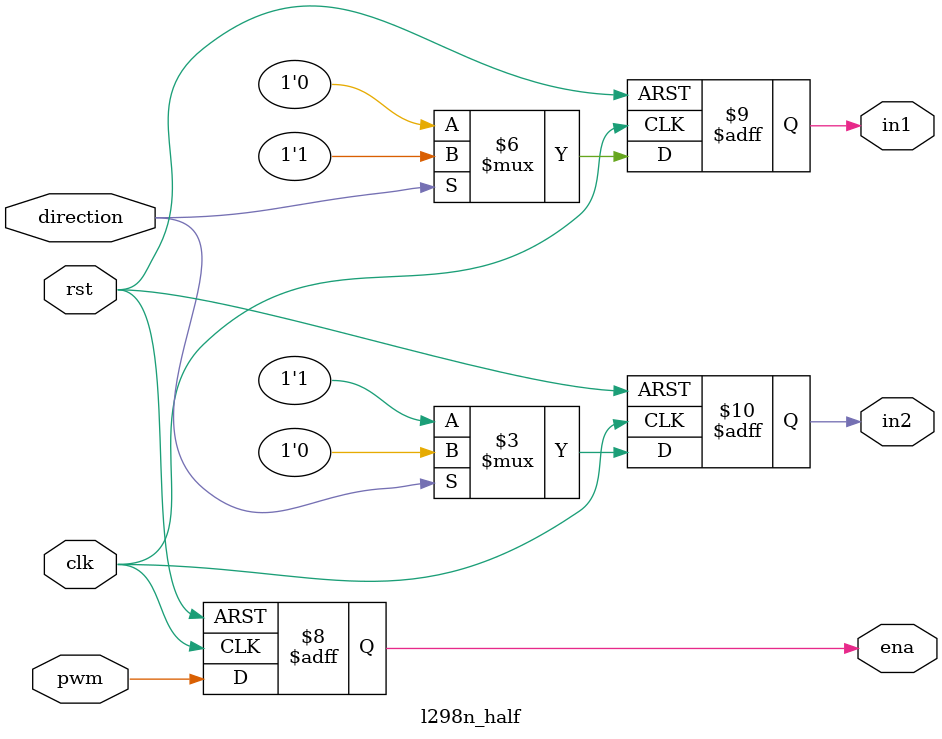
<source format=v>

module l298n_half (
    input wire clk,         // Proper clk
    input wire rst,         // Reset signal (active high)
    input wire pwm,         // External PWM signal                  
    input wire direction,   // Direction control
    output reg ena,         // to ENA: PWM output singal
    output reg in1,         // IN1 direction control
    output reg in2          // IN2 direction control
);

always @(posedge clk or posedge rst) begin
    if (rst) begin
        ena <= 0;
        in1 <= 0;
        in2 <= 0;
    end else begin
        ena <= pwm;
        if (direction) begin
            in1 <= 1;
            in2 <= 0;
        end else begin
            in1 <= 0;
            in2 <= 1;
        end
    end
end

endmodule
</source>
